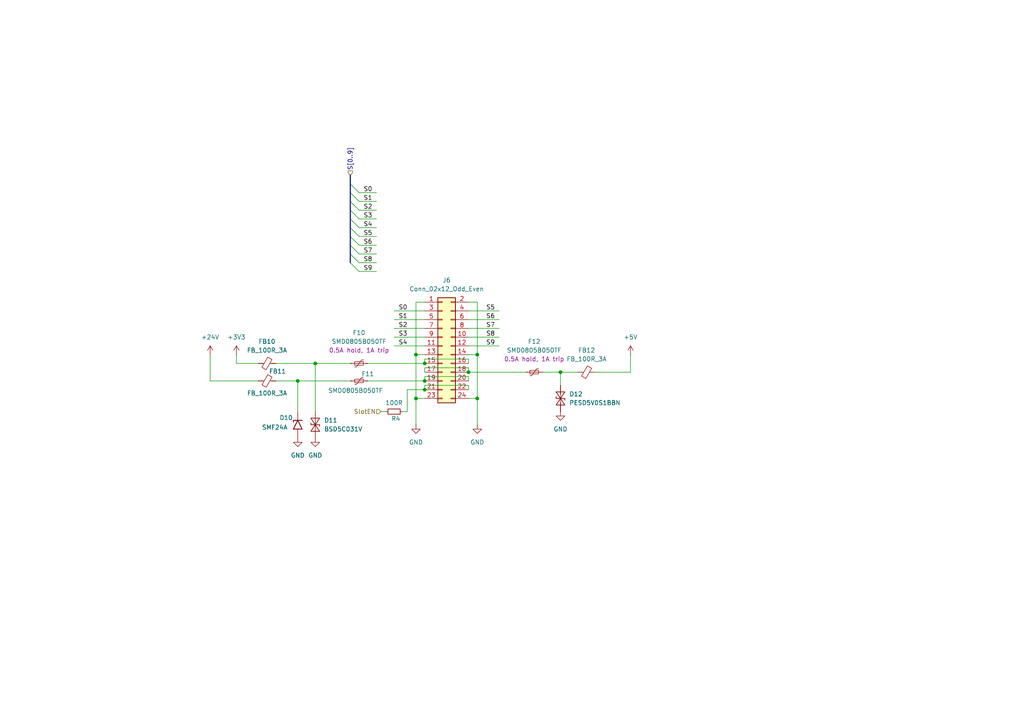
<source format=kicad_sch>
(kicad_sch (version 20231120) (generator "eeschema") (generator_version "8.0")
  (paper "A4")
  (lib_symbols
    (symbol "Connector_Generic:Conn_02x12_Odd_Even" (pin_names (offset 1.016) hide)
      (property "Reference" "J" (at 1.27 15.24 0))
      (property "Value" "Conn_02x12_Odd_Even" (at 1.27 -17.78 0))
      (symbol "Conn_02x12_Odd_Even_1_1"
        (rectangle (start -1.27 -15.113) (end 0 -15.367) (stroke (width 0.1524)))
        (rectangle (start -1.27 -12.573) (end 0 -12.827) (stroke (width 0.1524)))
        (rectangle (start -1.27 -10.033) (end 0 -10.287) (stroke (width 0.1524)))
        (rectangle (start -1.27 -7.493) (end 0 -7.747) (stroke (width 0.1524)))
        (rectangle (start -1.27 -4.953) (end 0 -5.207) (stroke (width 0.1524)))
        (rectangle (start -1.27 -2.413) (end 0 -2.667) (stroke (width 0.1524)))
        (rectangle (start -1.27 0.127) (end 0 -0.127) (stroke (width 0.1524)))
        (rectangle (start -1.27 2.667) (end 0 2.413) (stroke (width 0.1524)))
        (rectangle (start -1.27 5.207) (end 0 4.953) (stroke (width 0.1524)))
        (rectangle (start -1.27 7.747) (end 0 7.493) (stroke (width 0.1524)))
        (rectangle (start -1.27 10.287) (end 0 10.033) (stroke (width 0.1524)))
        (rectangle (start -1.27 12.827) (end 0 12.573) (stroke (width 0.1524)))
        (rectangle (start -1.27 13.97) (end 3.81 -16.51) (stroke (width 0.254)) (fill (type background)))
        (rectangle (start 3.81 -15.113) (end 2.54 -15.367) (stroke (width 0.1524)))
        (rectangle (start 3.81 -12.573) (end 2.54 -12.827) (stroke (width 0.1524)))
        (rectangle (start 3.81 -10.033) (end 2.54 -10.287) (stroke (width 0.1524)))
        (rectangle (start 3.81 -7.493) (end 2.54 -7.747) (stroke (width 0.1524)))
        (rectangle (start 3.81 -4.953) (end 2.54 -5.207) (stroke (width 0.1524)))
        (rectangle (start 3.81 -2.413) (end 2.54 -2.667) (stroke (width 0.1524)))
        (rectangle (start 3.81 0.127) (end 2.54 -0.127) (stroke (width 0.1524)))
        (rectangle (start 3.81 2.667) (end 2.54 2.413) (stroke (width 0.1524)))
        (rectangle (start 3.81 5.207) (end 2.54 4.953) (stroke (width 0.1524)))
        (rectangle (start 3.81 7.747) (end 2.54 7.493) (stroke (width 0.1524)))
        (rectangle (start 3.81 10.287) (end 2.54 10.033) (stroke (width 0.1524)))
        (rectangle (start 3.81 12.827) (end 2.54 12.573) (stroke (width 0.1524)))
        (pin passive line (at -5.08 12.7 0) (length 3.81) (name "Pin_1") (number "1"))
        (pin passive line (at 7.62 2.54 180) (length 3.81) (name "Pin_10") (number "10"))
        (pin passive line (at -5.08 0 0) (length 3.81) (name "Pin_11") (number "11"))
        (pin passive line (at 7.62 0 180) (length 3.81) (name "Pin_12") (number "12"))
        (pin passive line (at -5.08 -2.54 0) (length 3.81) (name "Pin_13") (number "13"))
        (pin passive line (at 7.62 -2.54 180) (length 3.81) (name "Pin_14") (number "14"))
        (pin passive line (at -5.08 -5.08 0) (length 3.81) (name "Pin_15") (number "15"))
        (pin passive line (at 7.62 -5.08 180) (length 3.81) (name "Pin_16") (number "16"))
        (pin passive line (at -5.08 -7.62 0) (length 3.81) (name "Pin_17") (number "17"))
        (pin passive line (at 7.62 -7.62 180) (length 3.81) (name "Pin_18") (number "18"))
        (pin passive line (at -5.08 -10.16 0) (length 3.81) (name "Pin_19") (number "19"))
        (pin passive line (at 7.62 12.7 180) (length 3.81) (name "Pin_2") (number "2"))
        (pin passive line (at 7.62 -10.16 180) (length 3.81) (name "Pin_20") (number "20"))
        (pin passive line (at -5.08 -12.7 0) (length 3.81) (name "Pin_21") (number "21"))
        (pin passive line (at 7.62 -12.7 180) (length 3.81) (name "Pin_22") (number "22"))
        (pin passive line (at -5.08 -15.24 0) (length 3.81) (name "Pin_23") (number "23"))
        (pin passive line (at 7.62 -15.24 180) (length 3.81) (name "Pin_24") (number "24"))
        (pin passive line (at -5.08 10.16 0) (length 3.81) (name "Pin_3") (number "3"))
        (pin passive line (at 7.62 10.16 180) (length 3.81) (name "Pin_4") (number "4"))
        (pin passive line (at -5.08 7.62 0) (length 3.81) (name "Pin_5") (number "5"))
        (pin passive line (at 7.62 7.62 180) (length 3.81) (name "Pin_6") (number "6"))
        (pin passive line (at -5.08 5.08 0) (length 3.81) (name "Pin_7") (number "7"))
        (pin passive line (at 7.62 5.08 180) (length 3.81) (name "Pin_8") (number "8"))
        (pin passive line (at -5.08 2.54 0) (length 3.81) (name "Pin_9") (number "9"))
      )
    )
    (symbol "Device:R_Small" (pin_numbers hide) (pin_names (offset 0.254) hide)
      (property "Reference" "R" (at 0.762 0.508 0))
      (property "Value" "R_Small" (at 0.762 -1.016 0))
      (symbol "R_Small_0_1"
        (rectangle (start -0.762 1.778) (end 0.762 -1.778) (stroke (width 0.2032)))
      )
      (symbol "R_Small_1_1"
        (pin passive line (at 0 2.54 270) (length 0.762) (name "~") (number "1"))
        (pin passive line (at 0 -2.54 90) (length 0.762) (name "~") (number "2"))
      )
    )
    (symbol "hadv-passives:FB_100R_3A" (pin_numbers hide) (pin_names (offset 0))
      (property "Reference" "FB" (at 1.905 1.27 0))
      (property "Value" "FB_100R_3A" (at 1.905 -1.27 0))
      (symbol "FB_100R_3A_0_1"
        (polyline (pts (xy 0 -1.27) (xy 0 -0.7874)))
        (polyline (pts (xy 0 0.889) (xy 0 1.2954)))
        (polyline (pts (xy -1.8288 0.2794) (xy -1.1176 1.4986) (xy 1.8288 -0.2032) (xy 1.1176 -1.4224) (xy -1.8288 0.2794)))
      )
      (symbol "FB_100R_3A_1_1"
        (pin passive line (at 0 2.54 270) (length 1.27) (name "~") (number "1"))
        (pin passive line (at 0 -2.54 90) (length 1.27) (name "~") (number "2"))
      )
    )
    (symbol "hadv-protection:BSD5C031V" (pin_numbers hide) (pin_names (offset 1.016) hide)
      (property "Reference" "D" (at 0 2.54 0))
      (property "Value" "BSD5C031V" (at 0 -2.54 0))
      (symbol "BSD5C031V_0_1"
        (polyline (pts (xy 1.27 0) (xy -1.27 0)))
        (polyline (pts (xy -1.905 -1.27) (xy 0 0) (xy -1.905 1.27) (xy -1.905 -1.27)) (stroke (width 0.2032)))
        (polyline (pts (xy 0.508 1.27) (xy 0 1.27) (xy 0 -1.27) (xy -0.508 -1.27)) (stroke (width 0.2032)))
        (polyline (pts (xy 1.905 1.27) (xy 1.905 -1.27) (xy 0 0) (xy 1.905 1.27)) (stroke (width 0.2032)))
      )
      (symbol "BSD5C031V_1_1"
        (pin passive line (at -3.81 0 0) (length 2.54) (name "A1") (number "1"))
        (pin passive line (at 3.81 0 180) (length 2.54) (name "A2") (number "2"))
      )
    )
    (symbol "hadv-protection:PESD5V0S1BBN" (pin_numbers hide) (pin_names (offset 1.016) hide)
      (property "Reference" "D" (at 0 2.54 0))
      (property "Value" "PESD5V0S1BBN" (at 0 -2.54 0))
      (symbol "PESD5V0S1BBN_0_1"
        (polyline (pts (xy 1.27 0) (xy -1.27 0)))
        (polyline (pts (xy -1.905 -1.27) (xy 0 0) (xy -1.905 1.27) (xy -1.905 -1.27)) (stroke (width 0.2032)))
        (polyline (pts (xy 0.508 1.27) (xy 0 1.27) (xy 0 -1.27) (xy -0.508 -1.27)) (stroke (width 0.2032)))
        (polyline (pts (xy 1.905 1.27) (xy 1.905 -1.27) (xy 0 0) (xy 1.905 1.27)) (stroke (width 0.2032)))
      )
      (symbol "PESD5V0S1BBN_1_1"
        (pin passive line (at -3.81 0 0) (length 2.54) (name "A1") (number "1"))
        (pin passive line (at 3.81 0 180) (length 2.54) (name "A2") (number "2"))
      )
    )
    (symbol "hadv-protection:SMD0805B050TF" (pin_numbers hide) (pin_names (offset 0))
      (property "Reference" "F" (at -1.905 0 90))
      (property "Value" "SMD0805B050TF" (at 1.905 0 90))
      (property "Note" "0.5A hold, 1A trip" (at 11.176 -2.286 0))
      (symbol "SMD0805B050TF_0_1"
        (rectangle (start -0.508 1.27) (end 0.508 -1.27))
        (polyline (pts (xy 0 2.54) (xy 0 -2.54)))
        (polyline (pts (xy -1.016 1.27) (xy -1.016 0.762) (xy 1.016 -0.762) (xy 1.016 -1.27)))
      )
      (symbol "SMD0805B050TF_1_1"
        (pin passive line (at 0 2.54 270) (length 0.635) (name "~") (number "1"))
        (pin passive line (at 0 -2.54 90) (length 0.635) (name "~") (number "2"))
      )
    )
    (symbol "hadv-protection:SMF24A" (pin_numbers hide) (pin_names (offset 1.016) hide)
      (property "Reference" "D" (at 0 2.54 0))
      (property "Value" "SMF24A" (at 0 -2.54 0))
      (symbol "SMF24A_0_1"
        (polyline (pts (xy -0.762 1.27) (xy -1.27 1.27) (xy -1.27 -1.27)) (stroke (width 0.254)))
        (polyline (pts (xy 1.27 1.27) (xy 1.27 -1.27) (xy -1.27 0) (xy 1.27 1.27)) (stroke (width 0.254)))
      )
      (symbol "SMF24A_1_1"
        (pin passive line (at -3.81 0 0) (length 2.54) (name "A1") (number "1"))
        (pin passive line (at 3.81 0 180) (length 2.54) (name "A2") (number "2"))
      )
    )
    (symbol "power:+24V" (power) (pin_numbers hide) (pin_names (offset 0) hide)
      (property "Value" "+24V" (at 0 3.556 0))
      (symbol "+24V_0_1"
        (polyline (pts (xy -0.762 1.27) (xy 0 2.54)))
        (polyline (pts (xy 0 0) (xy 0 2.54)))
        (polyline (pts (xy 0 2.54) (xy 0.762 1.27)))
      )
      (symbol "+24V_1_1"
        (pin power_in line (at 0 0 90) (length 0) (name "~") (number "1"))
      )
    )
    (symbol "power:+3V3" (power) (pin_numbers hide) (pin_names (offset 0) hide)
      (property "Value" "+3V3" (at 0 3.556 0))
      (symbol "+3V3_0_1"
        (polyline (pts (xy -0.762 1.27) (xy 0 2.54)))
        (polyline (pts (xy 0 0) (xy 0 2.54)))
        (polyline (pts (xy 0 2.54) (xy 0.762 1.27)))
      )
      (symbol "+3V3_1_1"
        (pin power_in line (at 0 0 90) (length 0) (name "~") (number "1"))
      )
    )
    (symbol "power:+5V" (power) (pin_numbers hide) (pin_names (offset 0) hide)
      (property "Value" "+5V" (at 0 3.556 0))
      (symbol "+5V_0_1"
        (polyline (pts (xy -0.762 1.27) (xy 0 2.54)))
        (polyline (pts (xy 0 0) (xy 0 2.54)))
        (polyline (pts (xy 0 2.54) (xy 0.762 1.27)))
      )
      (symbol "+5V_1_1"
        (pin power_in line (at 0 0 90) (length 0) (name "~") (number "1"))
      )
    )
    (symbol "power:GND" (power) (pin_numbers hide) (pin_names (offset 0) hide)
      (property "Value" "GND" (at 0 -3.81 0))
      (symbol "GND_0_1"
        (polyline (pts (xy 0 0) (xy 0 -1.27) (xy 1.27 -1.27) (xy 0 -2.54) (xy -1.27 -1.27) (xy 0 -1.27)))
      )
      (symbol "GND_1_1"
        (pin power_in line (at 0 0 270) (length 0) (name "~") (number "1"))
      )
    )
  )
  (junction (at 120.65 115.57))
  (junction (at 138.43 115.57))
  (junction (at 162.56 107.95))
  (junction (at 91.44 105.41))
  (junction (at 120.65 102.87))
  (junction (at 123.19 113.03))
  (junction (at 138.43 102.87))
  (junction (at 123.19 105.41))
  (junction (at 86.36 110.49))
  (junction (at 123.19 110.49))
  (junction (at 135.89 107.95))
  (bus_entry (at 101.6 66.04) (size 2.54 2.54))
  (bus_entry (at 101.6 55.88) (size 2.54 2.54))
  (bus_entry (at 101.6 68.58) (size 2.54 2.54))
  (bus_entry (at 101.6 60.96) (size 2.54 2.54))
  (bus_entry (at 101.6 58.42) (size 2.54 2.54))
  (bus_entry (at 101.6 71.12) (size 2.54 2.54))
  (bus_entry (at 101.6 73.66) (size 2.54 2.54))
  (bus_entry (at 101.6 63.5) (size 2.54 2.54))
  (bus_entry (at 101.6 76.2) (size 2.54 2.54))
  (bus_entry (at 101.6 53.34) (size 2.54 2.54))
  (wire (pts (xy 135.89 97.79) (xy 144.78 97.79)))
  (wire (pts (xy 162.56 107.95) (xy 162.56 111.76)))
  (wire (pts (xy 106.68 110.49) (xy 123.19 110.49)))
  (wire (pts (xy 135.89 106.68) (xy 123.19 106.68)))
  (wire (pts (xy 138.43 115.57) (xy 138.43 123.19)))
  (wire (pts (xy 86.36 110.49) (xy 101.6 110.49)))
  (wire (pts (xy 120.65 102.87) (xy 123.19 102.87)))
  (wire (pts (xy 74.93 105.41) (xy 68.58 105.41)))
  (wire (pts (xy 114.3 100.33) (xy 123.19 100.33)))
  (wire (pts (xy 167.64 107.95) (xy 162.56 107.95)))
  (wire (pts (xy 135.89 111.76) (xy 123.19 111.76)))
  (wire (pts (xy 104.14 60.96) (xy 109.22 60.96)))
  (wire (pts (xy 104.14 66.04) (xy 109.22 66.04)))
  (wire (pts (xy 80.01 105.41) (xy 91.44 105.41)))
  (wire (pts (xy 120.65 102.87) (xy 120.65 115.57)))
  (wire (pts (xy 135.89 109.22) (xy 123.19 109.22)))
  (wire (pts (xy 135.89 110.49) (xy 135.89 109.22)))
  (wire (pts (xy 123.19 104.14) (xy 123.19 105.41)))
  (wire (pts (xy 123.19 109.22) (xy 123.19 110.49)))
  (wire (pts (xy 123.19 113.03) (xy 118.11 113.03)))
  (wire (pts (xy 60.96 102.87) (xy 60.96 110.49)))
  (wire (pts (xy 104.14 76.2) (xy 109.22 76.2)))
  (wire (pts (xy 104.14 71.12) (xy 109.22 71.12)))
  (wire (pts (xy 123.19 106.68) (xy 123.19 107.95)))
  (wire (pts (xy 182.88 102.87) (xy 182.88 107.95)))
  (bus (pts (xy 101.6 60.96) (xy 101.6 63.5)))
  (wire (pts (xy 135.89 95.25) (xy 144.78 95.25)))
  (bus (pts (xy 101.6 68.58) (xy 101.6 71.12)))
  (wire (pts (xy 116.84 119.38) (xy 118.11 119.38)))
  (wire (pts (xy 120.65 115.57) (xy 120.65 123.19)))
  (wire (pts (xy 123.19 87.63) (xy 120.65 87.63)))
  (bus (pts (xy 101.6 50.8) (xy 101.6 53.34)))
  (wire (pts (xy 135.89 107.95) (xy 135.89 106.68)))
  (wire (pts (xy 86.36 110.49) (xy 86.36 119.38)))
  (wire (pts (xy 104.14 55.88) (xy 109.22 55.88)))
  (wire (pts (xy 135.89 104.14) (xy 135.89 105.41)))
  (bus (pts (xy 101.6 58.42) (xy 101.6 60.96)))
  (wire (pts (xy 114.3 90.17) (xy 123.19 90.17)))
  (wire (pts (xy 104.14 63.5) (xy 109.22 63.5)))
  (wire (pts (xy 120.65 115.57) (xy 123.19 115.57)))
  (wire (pts (xy 138.43 102.87) (xy 138.43 115.57)))
  (wire (pts (xy 135.89 113.03) (xy 135.89 111.76)))
  (wire (pts (xy 80.01 110.49) (xy 86.36 110.49)))
  (wire (pts (xy 135.89 100.33) (xy 144.78 100.33)))
  (wire (pts (xy 123.19 104.14) (xy 135.89 104.14)))
  (wire (pts (xy 60.96 110.49) (xy 74.93 110.49)))
  (wire (pts (xy 104.14 58.42) (xy 109.22 58.42)))
  (wire (pts (xy 120.65 87.63) (xy 120.65 102.87)))
  (wire (pts (xy 135.89 87.63) (xy 138.43 87.63)))
  (wire (pts (xy 172.72 107.95) (xy 182.88 107.95)))
  (bus (pts (xy 101.6 71.12) (xy 101.6 73.66)))
  (wire (pts (xy 114.3 92.71) (xy 123.19 92.71)))
  (wire (pts (xy 162.56 107.95) (xy 157.48 107.95)))
  (wire (pts (xy 123.19 111.76) (xy 123.19 113.03)))
  (wire (pts (xy 104.14 78.74) (xy 109.22 78.74)))
  (bus (pts (xy 101.6 55.88) (xy 101.6 58.42)))
  (wire (pts (xy 104.14 73.66) (xy 109.22 73.66)))
  (wire (pts (xy 114.3 97.79) (xy 123.19 97.79)))
  (wire (pts (xy 135.89 107.95) (xy 152.4 107.95)))
  (wire (pts (xy 110.49 119.38) (xy 111.76 119.38)))
  (bus (pts (xy 101.6 66.04) (xy 101.6 68.58)))
  (wire (pts (xy 91.44 105.41) (xy 101.6 105.41)))
  (wire (pts (xy 118.11 113.03) (xy 118.11 119.38)))
  (wire (pts (xy 114.3 95.25) (xy 123.19 95.25)))
  (bus (pts (xy 101.6 63.5) (xy 101.6 66.04)))
  (bus (pts (xy 101.6 73.66) (xy 101.6 76.2)))
  (wire (pts (xy 135.89 102.87) (xy 138.43 102.87)))
  (wire (pts (xy 106.68 105.41) (xy 123.19 105.41)))
  (bus (pts (xy 101.6 53.34) (xy 101.6 55.88)))
  (wire (pts (xy 68.58 102.87) (xy 68.58 105.41)))
  (wire (pts (xy 135.89 92.71) (xy 144.78 92.71)))
  (wire (pts (xy 138.43 87.63) (xy 138.43 102.87)))
  (wire (pts (xy 104.14 68.58) (xy 109.22 68.58)))
  (wire (pts (xy 135.89 90.17) (xy 144.78 90.17)))
  (wire (pts (xy 135.89 115.57) (xy 138.43 115.57)))
  (wire (pts (xy 91.44 105.41) (xy 91.44 119.38)))
  (label "S8" (at 140.97 97.79 0))
  (label "S7" (at 105.41 73.66 0))
  (label "S7" (at 140.97 95.25 0))
  (label "S4" (at 105.41 66.04 0))
  (label "S3" (at 115.57 97.79 0))
  (label "S9" (at 105.41 78.74 0))
  (label "S5" (at 140.97 90.17 0))
  (label "S2" (at 115.57 95.25 0))
  (label "S0" (at 115.57 90.17 0))
  (label "S6" (at 105.41 71.12 0))
  (label "S3" (at 105.41 63.5 0))
  (label "S2" (at 105.41 60.96 0))
  (label "S8" (at 105.41 76.2 0))
  (label "S4" (at 115.57 100.33 0))
  (label "S1" (at 105.41 58.42 0))
  (label "S0" (at 105.41 55.88 0))
  (label "S6" (at 140.97 92.71 0))
  (label "S5" (at 105.41 68.58 0))
  (label "S9" (at 140.97 100.33 0))
  (label "S1" (at 115.57 92.71 0))
  (hierarchical_label "SlotEN" (shape input) (at 110.49 119.38 180))
  (hierarchical_label "S[0..9]" (shape input) (at 101.6 50.8 90))
  (symbol (lib_id "power:GND") (at 120.65 123.19 0) (unit 1)
    (property "Reference" "#PWR025" (effects (hide yes)))
    (property "Value" "GND" (at 120.65 128.27 0))
    (property "Description" "Power symbol creates a global label with name \"GND\" , ground" (effects (hide yes)))
    (instances (project "rioctrl-backplane" (path "" (reference "#PWR041") (unit 1)) (path "" (reference "#PWR017") (unit 1)) (path "" (reference "#PWR057") (unit 1)) (path "" (reference "#PWR049") (unit 1)) (path "" (reference "#PWR025") (unit 1)) (path "" (reference "#PWR033") (unit 1))))
  )
  (symbol (lib_id "hadv-protection:SMD0805B050TF") (at 104.14 110.49 90) (unit 1)
    (property "Reference" "F2" (at 106.68 108.458 90))
    (property "Value" "SMD0805B050TF" (at 103.124 113.284 90))
    (property "Footprint" "Fuse:Fuse_0805_2012Metric" (effects (hide yes)))
    (property "Description" "Resettable polyfuse PTC 6V 0.5A" (effects (hide yes)))
    (property "MPN" "SMD0805B050TF" (effects (hide yes)))
    (property "Manufacturer" "Yageo" (effects (hide yes)))
    (property "LCSC#" "C269104" (effects (hide yes)))
    (property "Note" "0.5A hold, 1A trip" (effects (hide yes)))
    (instances (project "rioctrl-backplane" (path "" (reference "F11") (unit 1)) (path "" (reference "F2") (unit 1)) (path "" (reference "F17") (unit 1)) (path "" (reference "F14") (unit 1)) (path "" (reference "F5") (unit 1)) (path "" (reference "F8") (unit 1))))
  )
  (symbol (lib_id "power:+3V3") (at 68.58 102.87 0) (unit 1)
    (property "Reference" "#PWR022" (effects (hide yes)))
    (property "Value" "+3V3" (at 68.58 97.79 0))
    (property "Description" "Power symbol creates a global label with name \"+3V3\"" (effects (hide yes)))
    (instances (project "rioctrl-backplane" (path "" (reference "#PWR038") (unit 1)) (path "" (reference "#PWR014") (unit 1)) (path "" (reference "#PWR054") (unit 1)) (path "" (reference "#PWR046") (unit 1)) (path "" (reference "#PWR022") (unit 1)) (path "" (reference "#PWR030") (unit 1))))
  )
  (symbol (lib_id "Device:R_Small") (at 114.3 119.38 90) (unit 1)
    (property "Reference" "R2" (at 114.808 121.412 90))
    (property "Value" "100R" (at 114.3 116.84 90))
    (property "Footprint" "Resistor_SMD:R_0603_1608Metric" (effects (hide yes)))
    (property "Description" "Resistor, small symbol" (effects (hide yes)))
    (instances (project "rioctrl-backplane" (path "" (reference "R4") (unit 1)) (path "" (reference "R1") (unit 1)) (path "" (reference "R6") (unit 1)) (path "" (reference "R5") (unit 1)) (path "" (reference "R2") (unit 1)) (path "" (reference "R3") (unit 1))))
  )
  (symbol (lib_id "hadv-passives:FB_100R_3A") (at 77.47 110.49 90) (unit 1)
    (property "Reference" "FB2" (at 80.518 107.696 90))
    (property "Value" "FB_100R_3A" (at 77.47 114.046 90))
    (property "Footprint" "Inductor_SMD:L_0603_1608Metric" (effects (hide yes)))
    (property "Description" "Ferrite bead, small symbol" (effects (hide yes)))
    (property "MPN" "UPZ1608E101-3R0TF" (effects (hide yes)))
    (property "Manufacturer" "Sunlord" (effects (hide yes)))
    (property "LCSC#" "C96995" (effects (hide yes)))
    (instances (project "rioctrl-backplane" (path "" (reference "FB11") (unit 1)) (path "" (reference "FB2") (unit 1)) (path "" (reference "FB17") (unit 1)) (path "" (reference "FB14") (unit 1)) (path "" (reference "FB5") (unit 1)) (path "" (reference "FB8") (unit 1))))
  )
  (symbol (lib_id "Connector_Generic:Conn_02x12_Odd_Even") (at 128.27 100.33 0) (unit 1)
    (property "Reference" "J4" (at 129.54 81.28 0))
    (property "Value" "Conn_02x12_Odd_Even" (at 129.54 83.82 0))
    (property "Footprint" "Connector_PinSocket_2.54mm:PinSocket_2x12_P2.54mm_Vertical_SMD" (effects (hide yes)))
    (property "Description" "Generic connector, double row, 02x12, odd/even pin numbering scheme (row 1 odd numbers, row 2 even numbers), script generated (kicad-library-utils/schlib/autogen/connector/)" (effects (hide yes)))
    (instances (project "rioctrl-backplane" (path "" (reference "J6") (unit 1)) (path "" (reference "J3") (unit 1)) (path "" (reference "J8") (unit 1)) (path "" (reference "J7") (unit 1)) (path "" (reference "J4") (unit 1)) (path "" (reference "J5") (unit 1))))
  )
  (symbol (lib_id "hadv-protection:BSD5C031V") (at 91.44 123.19 90) (unit 1)
    (property "Reference" "D5" (at 93.98 121.9199 90) (effects (justify right)))
    (property "Value" "BSD5C031V" (at 93.98 124.4599 90) (effects (justify right)))
    (property "Footprint" "Diode_SMD:D_SOD-523" (effects (hide yes)))
    (property "Datasheet" "https://datasheet.lcsc.com/lcsc/1912111437_BORN-BSD5C031V_C151984.pdf" (effects (hide yes)))
    (property "Description" "ESD protection diode, 3.3.0Vrwm, SOD-523, 15pF" (effects (hide yes)))
    (property "MPN" "BSD5C031V" (effects (hide yes)))
    (property "Manufacturer" "BORN" (effects (hide yes)))
    (property "LCSC#" "C151984" (effects (hide yes)))
    (instances (project "rioctrl-backplane" (path "" (reference "D11") (unit 1)) (path "" (reference "D2") (unit 1)) (path "" (reference "D17") (unit 1)) (path "" (reference "D14") (unit 1)) (path "" (reference "D5") (unit 1)) (path "" (reference "D8") (unit 1))))
  )
  (symbol (lib_id "power:+5V") (at 182.88 102.87 0) (unit 1)
    (property "Reference" "#PWR028" (effects (hide yes)))
    (property "Value" "+5V" (at 182.88 97.79 0))
    (property "Description" "Power symbol creates a global label with name \"+5V\"" (effects (hide yes)))
    (instances (project "rioctrl-backplane" (path "" (reference "#PWR044") (unit 1)) (path "" (reference "#PWR020") (unit 1)) (path "" (reference "#PWR060") (unit 1)) (path "" (reference "#PWR052") (unit 1)) (path "" (reference "#PWR028") (unit 1)) (path "" (reference "#PWR036") (unit 1))))
  )
  (symbol (lib_id "hadv-protection:PESD5V0S1BBN") (at 162.56 115.57 270) (unit 1)
    (property "Reference" "D6" (at 165.1 114.2999 90) (effects (justify left)))
    (property "Value" "PESD5V0S1BBN" (at 165.1 116.8399 90) (effects (justify left)))
    (property "Footprint" "Diode_SMD:D_SOD-523" (effects (hide yes)))
    (property "Datasheet" "https://datasheet.lcsc.com/lcsc/1912111437_BORN-PESD5V0S1BBN_C314264.pdf" (effects (hide yes)))
    (property "Description" "ESD protection diode, 5Vrwm, SOD-523, 10pF" (effects (hide yes)))
    (property "MPN" "PESD5V0S1BBN" (effects (hide yes)))
    (property "Manufacturer" "BORN" (effects (hide yes)))
    (property "LCSC#" "C314264" (effects (hide yes)))
    (instances (project "rioctrl-backplane" (path "" (reference "D12") (unit 1)) (path "" (reference "D3") (unit 1)) (path "" (reference "D18") (unit 1)) (path "" (reference "D15") (unit 1)) (path "" (reference "D6") (unit 1)) (path "" (reference "D9") (unit 1))))
  )
  (symbol (lib_id "hadv-protection:SMF24A") (at 86.36 123.19 90) (mirror x) (unit 1)
    (property "Reference" "D4" (at 81.026 121.158 90) (effects (justify right)))
    (property "Value" "SMF24A" (at 75.946 123.952 90) (effects (justify right)))
    (property "Footprint" "Diode_SMD:D_SOD-123F" (effects (hide yes)))
    (property "Datasheet" "https://datasheet.lcsc.com/lcsc/2304140030_Shandong-Jingdao-Microelectronics-SMF24A_C169430.pdf" (effects (hide yes)))
    (property "Description" "200W unidirectional Transil Transient Voltage Suppressor, 24V" (effects (hide yes)))
    (property "MPN" "SMF24A" (effects (hide yes)))
    (property "LCSC#" "C169430" (effects (hide yes)))
    (property "Manufacturer" "Shandong Jingdao Microelectronics" (effects (hide yes)))
    (instances (project "rioctrl-backplane" (path "" (reference "D10") (unit 1)) (path "" (reference "D1") (unit 1)) (path "" (reference "D16") (unit 1)) (path "" (reference "D13") (unit 1)) (path "" (reference "D4") (unit 1)) (path "" (reference "D7") (unit 1))))
  )
  (symbol (lib_id "power:GND") (at 91.44 127 0) (unit 1)
    (property "Reference" "#PWR016" (effects (hide yes)))
    (property "Value" "GND" (at 91.44 132.08 0))
    (property "Description" "Power symbol creates a global label with name \"GND\" , ground" (effects (hide yes)))
    (instances (project "rioctrl-backplane" (path "" (reference "#PWR040") (unit 1)) (path "" (reference "#PWR016") (unit 1)) (path "" (reference "#PWR056") (unit 1)) (path "" (reference "#PWR048") (unit 1)) (path "" (reference "#PWR024") (unit 1)) (path "" (reference "#PWR032") (unit 1))))
  )
  (symbol (lib_id "hadv-passives:FB_100R_3A") (at 77.47 105.41 90) (unit 1)
    (property "Reference" "FB4" (at 77.4319 99.06 90))
    (property "Value" "FB_100R_3A" (at 77.4319 101.6 90))
    (property "Footprint" "Inductor_SMD:L_0603_1608Metric" (effects (hide yes)))
    (property "Description" "Ferrite bead, small symbol" (effects (hide yes)))
    (property "MPN" "UPZ1608E101-3R0TF" (effects (hide yes)))
    (property "Manufacturer" "Sunlord" (effects (hide yes)))
    (property "LCSC#" "C96995" (effects (hide yes)))
    (instances (project "rioctrl-backplane" (path "" (reference "FB10") (unit 1)) (path "" (reference "FB1") (unit 1)) (path "" (reference "FB16") (unit 1)) (path "" (reference "FB13") (unit 1)) (path "" (reference "FB4") (unit 1)) (path "" (reference "FB7") (unit 1))))
  )
  (symbol (lib_id "power:GND") (at 138.43 123.19 0) (unit 1)
    (property "Reference" "#PWR018" (effects (hide yes)))
    (property "Value" "GND" (at 138.43 128.27 0))
    (property "Description" "Power symbol creates a global label with name \"GND\" , ground" (effects (hide yes)))
    (instances (project "rioctrl-backplane" (path "" (reference "#PWR042") (unit 1)) (path "" (reference "#PWR018") (unit 1)) (path "" (reference "#PWR058") (unit 1)) (path "" (reference "#PWR050") (unit 1)) (path "" (reference "#PWR026") (unit 1)) (path "" (reference "#PWR034") (unit 1))))
  )
  (symbol (lib_id "power:GND") (at 86.36 127 0) (unit 1)
    (property "Reference" "#PWR015" (effects (hide yes)))
    (property "Value" "GND" (at 86.36 132.08 0))
    (property "Description" "Power symbol creates a global label with name \"GND\" , ground" (effects (hide yes)))
    (instances (project "rioctrl-backplane" (path "" (reference "#PWR039") (unit 1)) (path "" (reference "#PWR015") (unit 1)) (path "" (reference "#PWR055") (unit 1)) (path "" (reference "#PWR047") (unit 1)) (path "" (reference "#PWR023") (unit 1)) (path "" (reference "#PWR031") (unit 1))))
  )
  (symbol (lib_id "hadv-protection:SMD0805B050TF") (at 104.14 105.41 90) (unit 1)
    (property "Reference" "F4" (at 104.14 96.52 90))
    (property "Value" "SMD0805B050TF" (at 104.14 99.06 90))
    (property "Footprint" "Fuse:Fuse_0805_2012Metric" (effects (hide yes)))
    (property "Description" "Resettable polyfuse PTC 6V 0.5A" (effects (hide yes)))
    (property "MPN" "SMD0805B050TF" (effects (hide yes)))
    (property "Manufacturer" "Yageo" (effects (hide yes)))
    (property "LCSC#" "C269104" (effects (hide yes)))
    (property "Note" "0.5A hold, 1A trip" (at 104.14 101.6 90))
    (instances (project "rioctrl-backplane" (path "" (reference "F10") (unit 1)) (path "" (reference "F1") (unit 1)) (path "" (reference "F16") (unit 1)) (path "" (reference "F13") (unit 1)) (path "" (reference "F4") (unit 1)) (path "" (reference "F7") (unit 1))))
  )
  (symbol (lib_id "hadv-passives:FB_100R_3A") (at 170.18 107.95 90) (unit 1)
    (property "Reference" "FB3" (at 170.1419 101.6 90))
    (property "Value" "FB_100R_3A" (at 170.1419 104.14 90))
    (property "Footprint" "Inductor_SMD:L_0603_1608Metric" (effects (hide yes)))
    (property "Description" "Ferrite bead, small symbol" (effects (hide yes)))
    (property "MPN" "UPZ1608E101-3R0TF" (effects (hide yes)))
    (property "Manufacturer" "Sunlord" (effects (hide yes)))
    (property "LCSC#" "C96995" (effects (hide yes)))
    (instances (project "rioctrl-backplane" (path "" (reference "FB12") (unit 1)) (path "" (reference "FB3") (unit 1)) (path "" (reference "FB18") (unit 1)) (path "" (reference "FB15") (unit 1)) (path "" (reference "FB6") (unit 1)) (path "" (reference "FB9") (unit 1))))
  )
  (symbol (lib_id "power:GND") (at 162.56 119.38 0) (unit 1)
    (property "Reference" "#PWR019" (effects (hide yes)))
    (property "Value" "GND" (at 162.56 124.46 0))
    (property "Description" "Power symbol creates a global label with name \"GND\" , ground" (effects (hide yes)))
    (instances (project "rioctrl-backplane" (path "" (reference "#PWR043") (unit 1)) (path "" (reference "#PWR019") (unit 1)) (path "" (reference "#PWR059") (unit 1)) (path "" (reference "#PWR051") (unit 1)) (path "" (reference "#PWR027") (unit 1)) (path "" (reference "#PWR035") (unit 1))))
  )
  (symbol (lib_id "hadv-protection:SMD0805B050TF") (at 154.94 107.95 90) (unit 1)
    (property "Reference" "F3" (at 154.94 99.06 90))
    (property "Value" "SMD0805B050TF" (at 154.94 101.6 90))
    (property "Footprint" "Fuse:Fuse_0805_2012Metric" (effects (hide yes)))
    (property "Description" "Resettable polyfuse PTC 6V 0.5A" (effects (hide yes)))
    (property "MPN" "SMD0805B050TF" (effects (hide yes)))
    (property "Manufacturer" "Yageo" (effects (hide yes)))
    (property "LCSC#" "C269104" (effects (hide yes)))
    (property "Note" "0.5A hold, 1A trip" (at 154.94 104.14 90))
    (instances (project "rioctrl-backplane" (path "" (reference "F12") (unit 1)) (path "" (reference "F3") (unit 1)) (path "" (reference "F18") (unit 1)) (path "" (reference "F15") (unit 1)) (path "" (reference "F6") (unit 1)) (path "" (reference "F9") (unit 1))))
  )
  (symbol (lib_id "power:+24V") (at 60.96 102.87 0) (unit 1)
    (property "Reference" "#PWR021" (effects (hide yes)))
    (property "Value" "+24V" (at 60.96 97.79 0))
    (property "Description" "Power symbol creates a global label with name \"+24V\"" (effects (hide yes)))
    (instances (project "rioctrl-backplane" (path "" (reference "#PWR037") (unit 1)) (path "" (reference "#PWR013") (unit 1)) (path "" (reference "#PWR053") (unit 1)) (path "" (reference "#PWR045") (unit 1)) (path "" (reference "#PWR021") (unit 1)) (path "" (reference "#PWR029") (unit 1))))
  )
)
</source>
